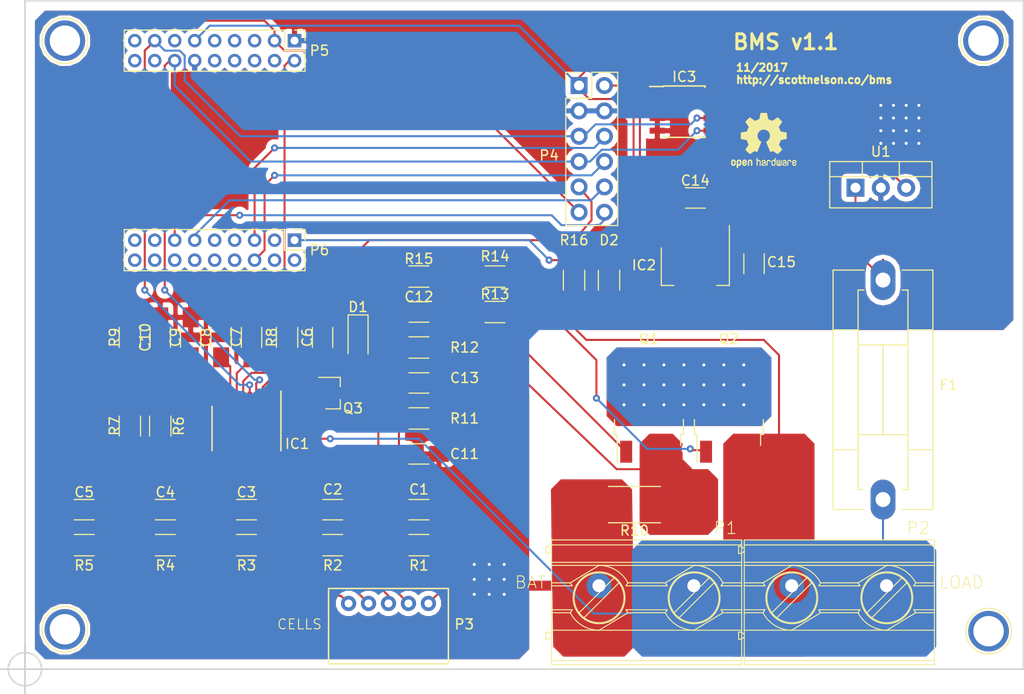
<source format=kicad_pcb>
(kicad_pcb (version 20170123) (host pcbnew "(2017-07-30 revision e10f0c7)-master")
  (layers (0 F.Cu signal) (31 B.Cu signal) (34 B.Paste user) (35 F.Paste user) (36 B.SilkS user) (37 F.SilkS user) (38 B.Mask user) (39 F.Mask user) (44 Edge.Cuts user))
  (net 0 "")
  (net 1 "Net-(C1-Pad1)")
  (net 2 GND)
  (net 3 "Net-(C2-Pad1)")
  (net 4 "Net-(C3-Pad1)")
  (net 5 "Net-(C4-Pad1)")
  (net 6 "Net-(C5-Pad1)")
  (net 7 /BOOT)
  (net 8 "Net-(C7-Pad1)")
  (net 9 "Net-(C10-Pad1)")
  (net 10 /SRP)
  (net 11 /SRN)
  (net 12 "Net-(D1-Pad1)")
  (net 13 "Net-(D1-Pad2)")
  (net 14 /DSG)
  (net 15 /CHG)
  (net 16 /SDA)
  (net 17 /SCL)
  (net 18 "Net-(IC1-Pad6)")
  (net 19 "Net-(IC1-Pad20)")
  (net 20 /BAT+)
  (net 21 /PACK-)
  (net 22 /B5)
  (net 23 /B4)
  (net 24 /B3)
  (net 25 /B2)
  (net 26 /B1)
  (net 27 /ALERT)
  (net 28 "Net-(Q1-Pad3)")
  (net 29 "Net-(Q1-Pad2)")
  (net 30 "Net-(C8-Pad1)")
  (net 31 +3V3)
  (net 32 +5V)
  (net 33 /SWDIO)
  (net 34 /SWCLK)
  (net 35 /RX)
  (net 36 /TX)
  (net 37 "Net-(F1-Pad2)")
  (net 38 "Net-(D2-Pad2)")
  (net 39 /LED)
  (module Connectors:1pin (layer F.Cu) (at 89 108)
    (fp_text reference REF** hide)
    (fp_text value 1pin hide)
    (pad 1 thru_hole circle (at 0 0) (size 4.064 4.064) (drill 3.048) (layers *.Cu *.Mask))
  )
  (module Connectors:1pin (layer F.Cu) (at 181.52 108.19)
    (fp_text reference REF** hide)
    (fp_text value 1pin hide)
    (pad 1 thru_hole circle (at 0 0) (size 4.064 4.064) (drill 3.048) (layers *.Cu *.Mask))
  )
  (module Connectors:1pin (layer F.Cu) (at 181 49)
    (fp_text reference REF** hide)
    (fp_text value 1pin hide)
    (pad 1 thru_hole circle (at 0 0) (size 4.064 4.064) (drill 3.048) (layers *.Cu *.Mask))
  )
  (module Capacitors_SMD:C_1206_HandSoldering (layer F.Cu) (at 124.46 96.012)
    (fp_text reference C1 (at 0 -2.032) (layer F.SilkS))
    (fp_text value 100n)
    (pad 1 smd rect (at -2 0) (size 2 1.6) (layers F.Cu F.Paste F.Mask) (net 1 "Net-(C1-Pad1)"))
    (pad 2 smd rect (at 2 0) (size 2 1.6) (layers F.Cu F.Paste F.Mask) (net 2 GND))
  )
  (module Capacitors_SMD:C_1206_HandSoldering (layer F.Cu) (at 115.824 96.012)
    (fp_text reference C2 (at 0 -2.032) (layer F.SilkS))
    (fp_text value 100n)
    (pad 1 smd rect (at -2 0) (size 2 1.6) (layers F.Cu F.Paste F.Mask) (net 3 "Net-(C2-Pad1)"))
    (pad 2 smd rect (at 2 0) (size 2 1.6) (layers F.Cu F.Paste F.Mask) (net 2 GND))
  )
  (module Capacitors_SMD:C_1206_HandSoldering (layer F.Cu) (at 107.188 96.012)
    (fp_text reference C3 (at 0 -1.75) (layer F.SilkS))
    (fp_text value 100n)
    (pad 1 smd rect (at -2 0) (size 2 1.6) (layers F.Cu F.Paste F.Mask) (net 4 "Net-(C3-Pad1)"))
    (pad 2 smd rect (at 2 0) (size 2 1.6) (layers F.Cu F.Paste F.Mask) (net 3 "Net-(C2-Pad1)"))
  )
  (module Capacitors_SMD:C_1206_HandSoldering (layer F.Cu) (at 99.06 96.012)
    (fp_text reference C4 (at 0 -1.75) (layer F.SilkS))
    (fp_text value 100n)
    (pad 1 smd rect (at -2 0) (size 2 1.6) (layers F.Cu F.Paste F.Mask) (net 5 "Net-(C4-Pad1)"))
    (pad 2 smd rect (at 2 0) (size 2 1.6) (layers F.Cu F.Paste F.Mask) (net 4 "Net-(C3-Pad1)"))
  )
  (module Capacitors_SMD:C_1206_HandSoldering (layer F.Cu) (at 90.932 96.012)
    (fp_text reference C5 (at 0 -1.75) (layer F.SilkS))
    (fp_text value 100n)
    (pad 1 smd rect (at -2 0) (size 2 1.6) (layers F.Cu F.Paste F.Mask) (net 6 "Net-(C5-Pad1)"))
    (pad 2 smd rect (at 2 0) (size 2 1.6) (layers F.Cu F.Paste F.Mask) (net 5 "Net-(C4-Pad1)"))
  )
  (module Capacitors_SMD:C_1206_HandSoldering (layer F.Cu) (at 114.808 78.74 270)
    (fp_text reference C6 (at 0 1.524 270) (layer F.SilkS))
    (fp_text value 100n)
    (pad 1 smd rect (at -2 0 270) (size 2 1.6) (layers F.Cu F.Paste F.Mask) (net 7 /BOOT))
    (pad 2 smd rect (at 2 0 270) (size 2 1.6) (layers F.Cu F.Paste F.Mask) (net 2 GND))
  )
  (module Capacitors_SMD:C_1206_HandSoldering (layer F.Cu) (at 107.696 78.74 90)
    (fp_text reference C7 (at 0 -1.524 90) (layer F.SilkS))
    (fp_text value 1u)
    (pad 1 smd rect (at -2 0 90) (size 2 1.6) (layers F.Cu F.Paste F.Mask) (net 8 "Net-(C7-Pad1)"))
    (pad 2 smd rect (at 2 0 90) (size 2 1.6) (layers F.Cu F.Paste F.Mask) (net 2 GND))
  )
  (module Capacitors_SMD:C_1206_HandSoldering (layer F.Cu) (at 104.648 78.74 90)
    (fp_text reference C8 (at 0 -1.524 90) (layer F.SilkS))
    (fp_text value 4.7u)
    (pad 1 smd rect (at -2 0 90) (size 2 1.6) (layers F.Cu F.Paste F.Mask) (net 30 "Net-(C8-Pad1)"))
    (pad 2 smd rect (at 2 0 90) (size 2 1.6) (layers F.Cu F.Paste F.Mask) (net 2 GND))
  )
  (module Capacitors_SMD:C_1206_HandSoldering (layer F.Cu) (at 101.6 78.74 90)
    (fp_text reference C9 (at 0 -1.524 90) (layer F.SilkS))
    (fp_text value 1u)
    (pad 1 smd rect (at -2 0 90) (size 2 1.6) (layers F.Cu F.Paste F.Mask) (net 20 /BAT+))
    (pad 2 smd rect (at 2 0 90) (size 2 1.6) (layers F.Cu F.Paste F.Mask) (net 2 GND))
  )
  (module Capacitors_SMD:C_1206_HandSoldering (layer F.Cu) (at 98.552 78.74 90)
    (fp_text reference C10 (at 0 -1.524 90) (layer F.SilkS))
    (fp_text value 10u)
    (pad 1 smd rect (at -2 0 90) (size 2 1.6) (layers F.Cu F.Paste F.Mask) (net 9 "Net-(C10-Pad1)"))
    (pad 2 smd rect (at 2 0 90) (size 2 1.6) (layers F.Cu F.Paste F.Mask) (net 2 GND))
  )
  (module Capacitors_SMD:C_1206_HandSoldering (layer F.Cu) (at 124.46 90.424 180)
    (fp_text reference C11 (at -4.572 0 180) (layer F.SilkS))
    (fp_text value 100n)
    (pad 1 smd rect (at -2 0 180) (size 2 1.6) (layers F.Cu F.Paste F.Mask) (net 2 GND))
    (pad 2 smd rect (at 2 0 180) (size 2 1.6) (layers F.Cu F.Paste F.Mask) (net 10 /SRP))
  )
  (module Capacitors_SMD:C_1206_HandSoldering (layer F.Cu) (at 124.46 76.2 180)
    (fp_text reference C12 (at 0 1.524 180) (layer F.SilkS))
    (fp_text value 100n)
    (pad 1 smd rect (at -2 0 180) (size 2 1.6) (layers F.Cu F.Paste F.Mask) (net 2 GND))
    (pad 2 smd rect (at 2 0 180) (size 2 1.6) (layers F.Cu F.Paste F.Mask) (net 11 /SRN))
  )
  (module Capacitors_SMD:C_1206_HandSoldering (layer F.Cu) (at 124.46 83.312)
    (fp_text reference C13 (at 4.572 -0.508) (layer F.SilkS))
    (fp_text value 100n)
    (pad 1 smd rect (at -2 0) (size 2 1.6) (layers F.Cu F.Paste F.Mask) (net 11 /SRN))
    (pad 2 smd rect (at 2 0) (size 2 1.6) (layers F.Cu F.Paste F.Mask) (net 10 /SRP))
  )
  (module Diodes_SMD:D_SOD-123 (layer F.Cu) (at 118.364 78.74 270)
    (fp_text reference D1 (at -3.048 0) (layer F.SilkS))
    (fp_text value 1N4148)
    (pad 1 smd rect (at -1.65 0 270) (size 0.9 1.2) (layers F.Cu F.Paste F.Mask) (net 12 "Net-(D1-Pad1)"))
    (pad 2 smd rect (at 1.65 0 270) (size 0.9 1.2) (layers F.Cu F.Paste F.Mask) (net 13 "Net-(D1-Pad2)"))
  )
  (module Housings_SSOP:TSSOP-20_4.4x6.5mm_Pitch0.65mm (layer F.Cu) (at 107.188 87.884 270)
    (fp_text reference IC1 (at 1.524 -5.08) (layer F.SilkS))
    (fp_text value BQ76920)
    (pad 1 smd rect (at -2.95 -2.925 270) (size 1.45 0.45) (layers F.Cu F.Paste F.Mask) (net 14 /DSG))
    (pad 2 smd rect (at -2.95 -2.275 270) (size 1.45 0.45) (layers F.Cu F.Paste F.Mask) (net 15 /CHG))
    (pad 3 smd rect (at -2.95 -1.625 270) (size 1.45 0.45) (layers F.Cu F.Paste F.Mask) (net 2 GND))
    (pad 4 smd rect (at -2.95 -0.975 270) (size 1.45 0.45) (layers F.Cu F.Paste F.Mask) (net 16 /SDA))
    (pad 5 smd rect (at -2.95 -0.325 270) (size 1.45 0.45) (layers F.Cu F.Paste F.Mask) (net 17 /SCL))
    (pad 6 smd rect (at -2.95 0.325 270) (size 1.45 0.45) (layers F.Cu F.Paste F.Mask) (net 18 "Net-(IC1-Pad6)"))
    (pad 7 smd rect (at -2.95 0.975 270) (size 1.45 0.45) (layers F.Cu F.Paste F.Mask) (net 8 "Net-(C7-Pad1)"))
    (pad 8 smd rect (at -2.95 1.625 270) (size 1.45 0.45) (layers F.Cu F.Paste F.Mask) (net 30 "Net-(C8-Pad1)"))
    (pad 9 smd rect (at -2.95 2.275 270) (size 1.45 0.45) (layers F.Cu F.Paste F.Mask) (net 20 /BAT+))
    (pad 10 smd rect (at -2.95 2.925 270) (size 1.45 0.45) (layers F.Cu F.Paste F.Mask) (net 9 "Net-(C10-Pad1)"))
    (pad 11 smd rect (at 2.95 2.925 270) (size 1.45 0.45) (layers F.Cu F.Paste F.Mask))
    (pad 12 smd rect (at 2.95 2.275 270) (size 1.45 0.45) (layers F.Cu F.Paste F.Mask) (net 6 "Net-(C5-Pad1)"))
    (pad 13 smd rect (at 2.95 1.625 270) (size 1.45 0.45) (layers F.Cu F.Paste F.Mask) (net 5 "Net-(C4-Pad1)"))
    (pad 14 smd rect (at 2.95 0.975 270) (size 1.45 0.45) (layers F.Cu F.Paste F.Mask) (net 5 "Net-(C4-Pad1)"))
    (pad 15 smd rect (at 2.95 0.325 270) (size 1.45 0.45) (layers F.Cu F.Paste F.Mask) (net 4 "Net-(C3-Pad1)"))
    (pad 16 smd rect (at 2.95 -0.325 270) (size 1.45 0.45) (layers F.Cu F.Paste F.Mask) (net 3 "Net-(C2-Pad1)"))
    (pad 17 smd rect (at 2.95 -0.975 270) (size 1.45 0.45) (layers F.Cu F.Paste F.Mask) (net 1 "Net-(C1-Pad1)"))
    (pad 18 smd rect (at 2.95 -1.625 270) (size 1.45 0.45) (layers F.Cu F.Paste F.Mask) (net 10 /SRP))
    (pad 19 smd rect (at 2.95 -2.275 270) (size 1.45 0.45) (layers F.Cu F.Paste F.Mask) (net 11 /SRN))
    (pad 20 smd rect (at 2.95 -2.925 270) (size 1.45 0.45) (layers F.Cu F.Paste F.Mask) (net 19 "Net-(IC1-Pad20)"))
  )
  (module TO_SOT_Packages_SMD:SOT-23 (layer F.Cu) (at 115.824 84.328)
    (fp_text reference Q3 (at 2.032 1.524) (layer F.SilkS))
    (fp_text value PMOS)
    (pad 1 smd rect (at -1 -0.95) (size 0.9 0.8) (layers F.Cu F.Paste F.Mask) (net 2 GND))
    (pad 2 smd rect (at -1 0.95) (size 0.9 0.8) (layers F.Cu F.Paste F.Mask) (net 15 /CHG))
    (pad 3 smd rect (at 1 0) (size 0.9 0.8) (layers F.Cu F.Paste F.Mask) (net 13 "Net-(D1-Pad2)"))
  )
  (module Resistors_SMD:R_1206_HandSoldering (layer F.Cu) (at 124.46 99.568)
    (fp_text reference R1 (at 0 2.032) (layer F.SilkS))
    (fp_text value 47R)
    (pad 1 smd rect (at -2 0) (size 2 1.7) (layers F.Cu F.Paste F.Mask) (net 1 "Net-(C1-Pad1)"))
    (pad 2 smd rect (at 2 0) (size 2 1.7) (layers F.Cu F.Paste F.Mask) (net 26 /B1))
  )
  (module Resistors_SMD:R_1206_HandSoldering (layer F.Cu) (at 115.824 99.568)
    (fp_text reference R2 (at 0 2.032) (layer F.SilkS))
    (fp_text value 47R)
    (pad 1 smd rect (at -2 0) (size 2 1.7) (layers F.Cu F.Paste F.Mask) (net 3 "Net-(C2-Pad1)"))
    (pad 2 smd rect (at 2 0) (size 2 1.7) (layers F.Cu F.Paste F.Mask) (net 25 /B2))
  )
  (module Resistors_SMD:R_1206_HandSoldering (layer F.Cu) (at 107.188 99.568)
    (fp_text reference R3 (at 0 2.032) (layer F.SilkS))
    (fp_text value 47R)
    (pad 1 smd rect (at -2 0) (size 2 1.7) (layers F.Cu F.Paste F.Mask) (net 4 "Net-(C3-Pad1)"))
    (pad 2 smd rect (at 2 0) (size 2 1.7) (layers F.Cu F.Paste F.Mask) (net 24 /B3))
  )
  (module Resistors_SMD:R_1206_HandSoldering (layer F.Cu) (at 99.06 99.568)
    (fp_text reference R4 (at 0 2.032) (layer F.SilkS))
    (fp_text value 47R)
    (pad 1 smd rect (at -2 0) (size 2 1.7) (layers F.Cu F.Paste F.Mask) (net 5 "Net-(C4-Pad1)"))
    (pad 2 smd rect (at 2 0) (size 2 1.7) (layers F.Cu F.Paste F.Mask) (net 23 /B4))
  )
  (module Resistors_SMD:R_1206_HandSoldering (layer F.Cu) (at 90.932 99.568)
    (fp_text reference R5 (at 0 2.032) (layer F.SilkS))
    (fp_text value 47R)
    (pad 1 smd rect (at -2 0) (size 2 1.7) (layers F.Cu F.Paste F.Mask) (net 6 "Net-(C5-Pad1)"))
    (pad 2 smd rect (at 2 0) (size 2 1.7) (layers F.Cu F.Paste F.Mask) (net 22 /B5))
  )
  (module Resistors_SMD:R_1206_HandSoldering (layer F.Cu) (at 98.552 87.63 270)
    (fp_text reference R6 (at 0 -1.85 270) (layer F.SilkS))
    (fp_text value 1M)
    (pad 1 smd rect (at -2 0 270) (size 2 1.7) (layers F.Cu F.Paste F.Mask) (net 2 GND))
    (pad 2 smd rect (at 2 0 270) (size 2 1.7) (layers F.Cu F.Paste F.Mask) (net 19 "Net-(IC1-Pad20)"))
  )
  (module Resistors_SMD:R_1206_HandSoldering (layer F.Cu) (at 95.504 87.63 270)
    (fp_text reference R7 (at 0 1.524 270) (layer F.SilkS))
    (fp_text value 1K)
    (pad 1 smd rect (at -2 0 270) (size 2 1.7) (layers F.Cu F.Paste F.Mask) (net 27 /ALERT))
    (pad 2 smd rect (at 2 0 270) (size 2 1.7) (layers F.Cu F.Paste F.Mask) (net 19 "Net-(IC1-Pad20)"))
  )
  (module Resistors_SMD:R_1206_HandSoldering (layer F.Cu) (at 111.252 78.74 270)
    (fp_text reference R8 (at 0 1.524 270) (layer F.SilkS))
    (fp_text value 1K)
    (pad 1 smd rect (at -2 0 270) (size 2 1.7) (layers F.Cu F.Paste F.Mask) (net 7 /BOOT))
    (pad 2 smd rect (at 2 0 270) (size 2 1.7) (layers F.Cu F.Paste F.Mask) (net 18 "Net-(IC1-Pad6)"))
  )
  (module Resistors_SMD:R_1206_HandSoldering (layer F.Cu) (at 95.504 78.74 270)
    (fp_text reference R9 (at 0 1.524 270) (layer F.SilkS))
    (fp_text value 100R)
    (pad 1 smd rect (at -2 0 270) (size 2 1.7) (layers F.Cu F.Paste F.Mask) (net 20 /BAT+))
    (pad 2 smd rect (at 2 0 270) (size 2 1.7) (layers F.Cu F.Paste F.Mask) (net 9 "Net-(C10-Pad1)"))
  )
  (module Resistors_SMD:R_1206_HandSoldering (layer F.Cu) (at 124.46 86.868)
    (fp_text reference R11 (at 4.572 0) (layer F.SilkS))
    (fp_text value 1K)
    (pad 1 smd rect (at -2 0) (size 2 1.7) (layers F.Cu F.Paste F.Mask) (net 10 /SRP))
    (pad 2 smd rect (at 2 0) (size 2 1.7) (layers F.Cu F.Paste F.Mask) (net 2 GND))
  )
  (module Resistors_SMD:R_1206_HandSoldering (layer F.Cu) (at 124.46 79.756)
    (fp_text reference R12 (at 4.572 0) (layer F.SilkS))
    (fp_text value 1K)
    (pad 1 smd rect (at -2 0) (size 2 1.7) (layers F.Cu F.Paste F.Mask) (net 11 /SRN))
    (pad 2 smd rect (at 2 0) (size 2 1.7) (layers F.Cu F.Paste F.Mask) (net 28 "Net-(Q1-Pad3)"))
  )
  (module Resistors_SMD:R_1206_HandSoldering (layer F.Cu) (at 132.08 76.2)
    (fp_text reference R13 (at 0 -1.778) (layer F.SilkS))
    (fp_text value 1M)
    (pad 1 smd rect (at -2 0) (size 2 1.7) (layers F.Cu F.Paste F.Mask) (net 28 "Net-(Q1-Pad3)"))
    (pad 2 smd rect (at 2 0) (size 2 1.7) (layers F.Cu F.Paste F.Mask) (net 14 /DSG))
  )
  (module Resistors_SMD:R_1206_HandSoldering (layer F.Cu) (at 132.08 72.644 180)
    (fp_text reference R14 (at 0 2.032 180) (layer F.SilkS))
    (fp_text value 1M)
    (pad 1 smd rect (at -2 0 180) (size 2 1.7) (layers F.Cu F.Paste F.Mask) (net 21 /PACK-))
    (pad 2 smd rect (at 2 0 180) (size 2 1.7) (layers F.Cu F.Paste F.Mask) (net 12 "Net-(D1-Pad1)"))
  )
  (module Resistors_SMD:R_1206_HandSoldering (layer F.Cu) (at 124.46 72.644)
    (fp_text reference R15 (at 0 -1.778) (layer F.SilkS))
    (fp_text value 1M)
    (pad 1 smd rect (at -2 0) (size 2 1.7) (layers F.Cu F.Paste F.Mask) (net 13 "Net-(D1-Pad2)"))
    (pad 2 smd rect (at 2 0) (size 2 1.7) (layers F.Cu F.Paste F.Mask) (net 12 "Net-(D1-Pad1)"))
  )
  (module Resistors_SMD:R_2512_HandSoldering (layer F.Cu) (at 146.05 95.504 180)
    (fp_text reference R10 (at 0 -2.6 180) (layer F.SilkS))
    (fp_text value 5m)
    (pad 1 smd rect (at -3.95 0 180) (size 2.7 3.2) (layers F.Cu F.Paste F.Mask) (net 28 "Net-(Q1-Pad3)"))
    (pad 2 smd rect (at 3.95 0 180) (size 2.7 3.2) (layers F.Cu F.Paste F.Mask) (net 2 GND))
  )
  (module BMS:MKDS_5-2-952 (layer F.Cu) (at 142.494 103.632)
    (fp_text reference P1 (at 11.43 -5.08 180) (layer F.SilkS) (effects (font (size 1.2065 1.2065) (thickness 0.09652)) (justify left bottom)))
    (fp_text value BAT (at -8.494 0.368) (layer F.SilkS) (effects (font (size 1.2065 1.2065) (thickness 0.09652)) (justify left bottom)))
    (pad 1 thru_hole circle (at 0 0) (size 2.5 2.5) (drill 1.3) (layers *.Cu *.Mask) (net 2 GND))
    (pad 2 thru_hole circle (at 9.5 0) (size 2.5 2.5) (drill 1.3) (layers *.Cu *.Mask) (net 20 /BAT+))
  )
  (module BMS:MKDS_5-2-952 (layer F.Cu) (at 161.798 103.632)
    (fp_text reference P2 (at 11.43 -5.08 180) (layer F.SilkS) (effects (font (size 1.2065 1.2065) (thickness 0.09652)) (justify left bottom)))
    (fp_text value LOAD (at 14.702 0.368) (layer F.SilkS) (effects (font (size 1.2065 1.2065) (thickness 0.09652)) (justify left bottom)))
    (pad 1 thru_hole circle (at 0 0) (size 2.5 2.5) (drill 1.3) (layers *.Cu *.Mask) (net 21 /PACK-))
    (pad 2 thru_hole circle (at 9.5 0) (size 2.5 2.5) (drill 1.3) (layers *.Cu *.Mask) (net 20 /BAT+))
  )
  (module TO_SOT_Packages_SMD:SOT-223 (layer F.Cu) (at 152.146 71.628 270)
    (fp_text reference IC2 (at -0.128 5.146) (layer F.SilkS))
    (fp_text value LD1117S33TR_SOT223 hide)
    (pad 4 smd rect (at 3.15 0 270) (size 2 3.8) (layers F.Cu F.Paste F.Mask))
    (pad 2 smd rect (at -3.15 0 270) (size 2 1.5) (layers F.Cu F.Paste F.Mask) (net 31 +3V3))
    (pad 3 smd rect (at -3.15 2.3 270) (size 2 1.5) (layers F.Cu F.Paste F.Mask) (net 32 +5V))
    (pad 1 smd rect (at -3.15 -2.3 270) (size 2 1.5) (layers F.Cu F.Paste F.Mask) (net 2 GND))
  )
  (module BMS:Molex_89401-0510 (layer F.Cu) (at 121.412 105.41 180)
    (fp_text reference P3 (at -7.588 -2.09 180) (layer F.SilkS))
    (fp_text value CONN_01X05 hide)
    (pad 1 thru_hole circle (at 4 0 180) (size 1.524 1.524) (drill 0.8) (layers *.Cu *.Mask) (net 22 /B5))
    (pad 2 thru_hole circle (at 2 0 180) (size 1.524 1.524) (drill 0.8) (layers *.Cu *.Mask) (net 23 /B4))
    (pad 5 thru_hole circle (at -4 0 180) (size 1.524 1.524) (drill 0.8) (layers *.Cu *.Mask) (net 26 /B1))
    (pad 4 thru_hole circle (at -2 0 180) (size 1.524 1.524) (drill 0.8) (layers *.Cu *.Mask) (net 25 /B2))
    (pad 3 thru_hole circle (at 0 0 180) (size 1.524 1.524) (drill 0.8) (layers *.Cu *.Mask) (net 24 /B3))
  )
  (module Pin_Headers:Pin_Header_Straight_2x06_Pitch2.54mm (layer F.Cu) (at 140.5 53.5)
    (fp_text reference P4 (at -3 7) (layer F.SilkS))
    (fp_text value CONN_02X06 hide)
    (pad 1 thru_hole rect (at 0 0) (size 1.7 1.7) (drill 1) (layers *.Cu *.Mask) (net 31 +3V3))
    (pad 2 thru_hole oval (at 2.54 0) (size 1.7 1.7) (drill 1) (layers *.Cu *.Mask) (net 32 +5V))
    (pad 3 thru_hole oval (at 0 2.54) (size 1.7 1.7) (drill 1) (layers *.Cu *.Mask) (net 2 GND))
    (pad 4 thru_hole oval (at 2.54 2.54) (size 1.7 1.7) (drill 1) (layers *.Cu *.Mask) (net 2 GND))
    (pad 5 thru_hole oval (at 0 5.08) (size 1.7 1.7) (drill 1) (layers *.Cu *.Mask) (net 17 /SCL))
    (pad 6 thru_hole oval (at 2.54 5.08) (size 1.7 1.7) (drill 1) (layers *.Cu *.Mask) (net 33 /SWDIO))
    (pad 7 thru_hole oval (at 0 7.62) (size 1.7 1.7) (drill 1) (layers *.Cu *.Mask) (net 16 /SDA))
    (pad 8 thru_hole oval (at 2.54 7.62) (size 1.7 1.7) (drill 1) (layers *.Cu *.Mask) (net 34 /SWCLK))
    (pad 9 thru_hole oval (at 0 10.16) (size 1.7 1.7) (drill 1) (layers *.Cu *.Mask) (net 7 /BOOT))
    (pad 10 thru_hole oval (at 2.54 10.16) (size 1.7 1.7) (drill 1) (layers *.Cu *.Mask) (net 35 /RX))
    (pad 11 thru_hole oval (at 0 12.7) (size 1.7 1.7) (drill 1) (layers *.Cu *.Mask) (net 27 /ALERT))
    (pad 12 thru_hole oval (at 2.54 12.7) (size 1.7 1.7) (drill 1) (layers *.Cu *.Mask) (net 36 /TX))
  )
  (module Pin_Headers:Pin_Header_Straight_2x09_Pitch2.00mm (layer F.Cu) (at 112 49 270)
    (fp_text reference P5 (at 1 -2.5) (layer F.SilkS))
    (fp_text value CONN_02X09 hide)
    (pad 1 thru_hole rect (at 0 0 270) (size 1.35 1.35) (drill 0.8) (layers *.Cu *.Mask) (net 2 GND))
    (pad 2 thru_hole oval (at 2 0 270) (size 1.35 1.35) (drill 0.8) (layers *.Cu *.Mask) (net 7 /BOOT))
    (pad 3 thru_hole oval (at 0 2 270) (size 1.35 1.35) (drill 0.8) (layers *.Cu *.Mask) (net 27 /ALERT))
    (pad 4 thru_hole oval (at 2 2 270) (size 1.35 1.35) (drill 0.8) (layers *.Cu *.Mask))
    (pad 5 thru_hole oval (at 0 4 270) (size 1.35 1.35) (drill 0.8) (layers *.Cu *.Mask))
    (pad 6 thru_hole oval (at 2 4 270) (size 1.35 1.35) (drill 0.8) (layers *.Cu *.Mask))
    (pad 7 thru_hole oval (at 0 6 270) (size 1.35 1.35) (drill 0.8) (layers *.Cu *.Mask))
    (pad 8 thru_hole oval (at 2 6 270) (size 1.35 1.35) (drill 0.8) (layers *.Cu *.Mask))
    (pad 9 thru_hole oval (at 0 8 270) (size 1.35 1.35) (drill 0.8) (layers *.Cu *.Mask))
    (pad 10 thru_hole oval (at 2 8 270) (size 1.35 1.35) (drill 0.8) (layers *.Cu *.Mask))
    (pad 11 thru_hole oval (at 0 10 270) (size 1.35 1.35) (drill 0.8) (layers *.Cu *.Mask) (net 31 +3V3))
    (pad 12 thru_hole oval (at 2 10 270) (size 1.35 1.35) (drill 0.8) (layers *.Cu *.Mask) (net 2 GND))
    (pad 13 thru_hole oval (at 0 12 270) (size 1.35 1.35) (drill 0.8) (layers *.Cu *.Mask))
    (pad 14 thru_hole oval (at 2 12 270) (size 1.35 1.35) (drill 0.8) (layers *.Cu *.Mask) (net 16 /SDA))
    (pad 15 thru_hole oval (at 0 14 270) (size 1.35 1.35) (drill 0.8) (layers *.Cu *.Mask) (net 17 /SCL))
    (pad 16 thru_hole oval (at 2 14 270) (size 1.35 1.35) (drill 0.8) (layers *.Cu *.Mask))
    (pad 17 thru_hole oval (at 0 16 270) (size 1.35 1.35) (drill 0.8) (layers *.Cu *.Mask))
    (pad 18 thru_hole oval (at 2 16 270) (size 1.35 1.35) (drill 0.8) (layers *.Cu *.Mask))
  )
  (module Pin_Headers:Pin_Header_Straight_2x09_Pitch2.00mm (layer F.Cu) (at 112 69 270)
    (fp_text reference P6 (at 1 -2.5) (layer F.SilkS))
    (fp_text value CONN_02X09 hide)
    (pad 1 thru_hole rect (at 0 0 270) (size 1.35 1.35) (drill 0.8) (layers *.Cu *.Mask) (net 39 /LED))
    (pad 2 thru_hole oval (at 2 0 270) (size 1.35 1.35) (drill 0.8) (layers *.Cu *.Mask))
    (pad 3 thru_hole oval (at 0 2 270) (size 1.35 1.35) (drill 0.8) (layers *.Cu *.Mask))
    (pad 4 thru_hole oval (at 2 2 270) (size 1.35 1.35) (drill 0.8) (layers *.Cu *.Mask))
    (pad 5 thru_hole oval (at 0 4 270) (size 1.35 1.35) (drill 0.8) (layers *.Cu *.Mask) (net 33 /SWDIO))
    (pad 6 thru_hole oval (at 2 4 270) (size 1.35 1.35) (drill 0.8) (layers *.Cu *.Mask) (net 34 /SWCLK))
    (pad 7 thru_hole oval (at 0 6 270) (size 1.35 1.35) (drill 0.8) (layers *.Cu *.Mask))
    (pad 8 thru_hole oval (at 2 6 270) (size 1.35 1.35) (drill 0.8) (layers *.Cu *.Mask))
    (pad 9 thru_hole oval (at 0 8 270) (size 1.35 1.35) (drill 0.8) (layers *.Cu *.Mask))
    (pad 10 thru_hole oval (at 2 8 270) (size 1.35 1.35) (drill 0.8) (layers *.Cu *.Mask))
    (pad 11 thru_hole oval (at 0 10 270) (size 1.35 1.35) (drill 0.8) (layers *.Cu *.Mask) (net 35 /RX))
    (pad 12 thru_hole oval (at 2 10 270) (size 1.35 1.35) (drill 0.8) (layers *.Cu *.Mask))
    (pad 13 thru_hole oval (at 0 12 270) (size 1.35 1.35) (drill 0.8) (layers *.Cu *.Mask) (net 36 /TX))
    (pad 14 thru_hole oval (at 2 12 270) (size 1.35 1.35) (drill 0.8) (layers *.Cu *.Mask))
    (pad 15 thru_hole oval (at 0 14 270) (size 1.35 1.35) (drill 0.8) (layers *.Cu *.Mask))
    (pad 16 thru_hole oval (at 2 14 270) (size 1.35 1.35) (drill 0.8) (layers *.Cu *.Mask))
    (pad 17 thru_hole oval (at 0 16 270) (size 1.35 1.35) (drill 0.8) (layers *.Cu *.Mask))
    (pad 18 thru_hole oval (at 2 16 270) (size 1.35 1.35) (drill 0.8) (layers *.Cu *.Mask))
  )
  (module TO_SOT_Packages_SMD:TO-252-2 (layer F.Cu) (at 147.5 86 90)
    (fp_text reference Q1 (at 7.112 0 180) (layer F.SilkS))
    (fp_text value NMOS)
    (pad 1 smd rect (at -4.2 -2.28 90) (size 2.2 1.2) (layers F.Cu F.Paste F.Mask) (net 14 /DSG))
    (pad 3 smd rect (at -4.2 2.28 90) (size 2.2 1.2) (layers F.Cu F.Paste F.Mask) (net 28 "Net-(Q1-Pad3)"))
    (pad 2 smd rect (at 2.1 0 90) (size 6.4 5.8) (layers F.Cu F.Mask) (net 29 "Net-(Q1-Pad2)"))
    (pad 2 smd rect (at 3.775 1.525 90) (size 3.05 2.75) (layers F.Cu F.Paste) (net 29 "Net-(Q1-Pad2)"))
    (pad 2 smd rect (at 0.425 -1.525 90) (size 3.05 2.75) (layers F.Cu F.Paste) (net 29 "Net-(Q1-Pad2)"))
    (pad 2 smd rect (at 3.775 -1.525 90) (size 3.05 2.75) (layers F.Cu F.Paste) (net 29 "Net-(Q1-Pad2)"))
    (pad 2 smd rect (at 0.425 1.525 90) (size 3.05 2.75) (layers F.Cu F.Paste) (net 29 "Net-(Q1-Pad2)"))
  )
  (module TO_SOT_Packages_SMD:TO-252-2 (layer F.Cu) (at 155.5 86 90)
    (fp_text reference Q2 (at 7.112 0 180) (layer F.SilkS))
    (fp_text value NMOS)
    (pad 1 smd rect (at -4.2 -2.28 90) (size 2.2 1.2) (layers F.Cu F.Paste F.Mask) (net 12 "Net-(D1-Pad1)"))
    (pad 3 smd rect (at -4.2 2.28 90) (size 2.2 1.2) (layers F.Cu F.Paste F.Mask) (net 21 /PACK-))
    (pad 2 smd rect (at 2.1 0 90) (size 6.4 5.8) (layers F.Cu F.Mask) (net 29 "Net-(Q1-Pad2)"))
    (pad 2 smd rect (at 3.775 1.525 90) (size 3.05 2.75) (layers F.Cu F.Paste) (net 29 "Net-(Q1-Pad2)"))
    (pad 2 smd rect (at 0.425 -1.525 90) (size 3.05 2.75) (layers F.Cu F.Paste) (net 29 "Net-(Q1-Pad2)"))
    (pad 2 smd rect (at 3.775 -1.525 90) (size 3.05 2.75) (layers F.Cu F.Paste) (net 29 "Net-(Q1-Pad2)"))
    (pad 2 smd rect (at 0.425 1.525 90) (size 3.05 2.75) (layers F.Cu F.Paste) (net 29 "Net-(Q1-Pad2)"))
  )
  (module Capacitors_SMD:C_1206_HandSoldering (layer F.Cu) (at 152.146 64.77)
    (fp_text reference C14 (at 0 -1.75) (layer F.SilkS))
    (fp_text value 100n)
    (pad 2 smd rect (at 2 0) (size 2 1.6) (layers F.Cu F.Paste F.Mask) (net 2 GND))
    (pad 1 smd rect (at -2 0) (size 2 1.6) (layers F.Cu F.Paste F.Mask) (net 32 +5V))
  )
  (module Capacitors_SMD:C_1206_HandSoldering (layer F.Cu) (at 158.025 71.36 90)
    (fp_text reference C15 (at 0.168 2.742 180) (layer F.SilkS))
    (fp_text value 10u)
    (pad 1 smd rect (at -2 0 90) (size 2 1.6) (layers F.Cu F.Paste F.Mask) (net 31 +3V3))
    (pad 2 smd rect (at 2 0 90) (size 2 1.6) (layers F.Cu F.Paste F.Mask) (net 2 GND))
  )
  (module Fuse_Holders_and_Fuses:Fuseholder5x20_horiz_SemiClosed_Casing10x25mm (layer F.Cu) (at 170.942 94.996 90)
    (fp_text reference F1 (at 11.496 6.558 180) (layer F.SilkS))
    (fp_text value 200mA hide)
    (pad 1 thru_hole oval (at 0 0) (size 2.5 4) (drill 1.5) (layers *.Cu *.Mask) (net 20 /BAT+))
    (pad 2 thru_hole oval (at 22 0) (size 2.5 4) (drill 1.5) (layers *.Cu *.Mask) (net 37 "Net-(F1-Pad2)"))
  )
  (module Resistors_SMD:R_1206_HandSoldering (layer F.Cu) (at 143.5 73 90)
    (fp_text reference D2 (at 4 0 180) (layer F.SilkS))
    (fp_text value LED)
    (pad 2 smd rect (at 2 0 90) (size 2 1.7) (layers F.Cu F.Paste F.Mask) (net 38 "Net-(D2-Pad2)"))
    (pad 1 smd rect (at -2 0 90) (size 2 1.7) (layers F.Cu F.Paste F.Mask) (net 2 GND))
  )
  (module Resistors_SMD:R_1206_HandSoldering (layer F.Cu) (at 140 73 270)
    (fp_text reference R16 (at -4 0) (layer F.SilkS))
    (fp_text value 330)
    (pad 2 smd rect (at 2 0 270) (size 2 1.7) (layers F.Cu F.Paste F.Mask) (net 38 "Net-(D2-Pad2)"))
    (pad 1 smd rect (at -2 0 270) (size 2 1.7) (layers F.Cu F.Paste F.Mask) (net 39 /LED))
  )
  (module Housings_SOIC:SOIC-8_3.9x4.9mm_Pitch1.27mm (layer F.Cu) (at 151.04 56.12)
    (fp_text reference IC3 (at 0 -3.5) (layer F.SilkS))
    (fp_text value 24LC256)
    (pad 8 smd rect (at 2.7 -1.905) (size 1.55 0.6) (layers F.Cu F.Paste F.Mask) (net 31 +3V3))
    (pad 7 smd rect (at 2.7 -0.635) (size 1.55 0.6) (layers F.Cu F.Paste F.Mask) (net 2 GND))
    (pad 6 smd rect (at 2.7 0.635) (size 1.55 0.6) (layers F.Cu F.Paste F.Mask) (net 17 /SCL))
    (pad 5 smd rect (at 2.7 1.905) (size 1.55 0.6) (layers F.Cu F.Paste F.Mask) (net 16 /SDA))
    (pad 4 smd rect (at -2.7 1.905) (size 1.55 0.6) (layers F.Cu F.Paste F.Mask) (net 2 GND))
    (pad 3 smd rect (at -2.7 0.635) (size 1.55 0.6) (layers F.Cu F.Paste F.Mask) (net 2 GND))
    (pad 2 smd rect (at -2.7 -0.635) (size 1.55 0.6) (layers F.Cu F.Paste F.Mask) (net 2 GND))
    (pad 1 smd rect (at -2.7 -1.905) (size 1.55 0.6) (layers F.Cu F.Paste F.Mask) (net 2 GND))
  )
  (module TO_SOT_Packages_THT:TO-220-3_Vertical (layer F.Cu) (at 168.185 63.74)
    (fp_text reference U1 (at 2.54 -3.62) (layer F.SilkS))
    (fp_text value "TSR 0.5-2450")
    (pad 3 thru_hole oval (at 5.08 0) (size 1.8 1.8) (drill 1) (layers *.Cu *.Mask) (net 32 +5V))
    (pad 2 thru_hole oval (at 2.54 0) (size 1.8 1.8) (drill 1) (layers *.Cu *.Mask) (net 2 GND))
    (pad 1 thru_hole rect (at 0 0) (size 1.8 1.8) (drill 1) (layers *.Cu *.Mask) (net 37 "Net-(F1-Pad2)"))
  )
  (module Symbols:OSHW-Logo2_7.3x6mm_SilkScreen (layer F.Cu) (at 159 59)
    (fp_text reference REF*** hide)
    (fp_text value OSHW-Logo2_7.3x6mm_SilkScreen hide)
  )
  (module Connectors:1pin (layer F.Cu) (at 89 49)
    (fp_text reference REF** hide)
    (fp_text value 1pin hide)
    (pad 1 thru_hole circle (at 0 0) (size 4.064 4.064) (drill 3.048) (layers *.Cu *.Mask))
  )
  (target plus (at 85 112) (size 5) (width 0.15) (layer Edge.Cuts))
  (target plus (at 85 112) (size 5) (width 0.15) (layer Edge.Cuts))
  (gr_text CELLS (at 112.5 107.5) (layer F.SilkS) (effects (font (size 1 1) (thickness 0.1))))
  (gr_line (start 85 45) (end 185 45) (angle 90) (layer Edge.Cuts) (width 0.15))
  (gr_line (start 185 112) (end 185 45) (angle 90) (layer Edge.Cuts) (width 0.15))
  (gr_line (start 85 112) (end 85 45) (angle 90) (layer Edge.Cuts) (width 0.15))
  (gr_line (start 185 112) (end 85 112) (angle 90) (layer Edge.Cuts) (width 0.15))
  (gr_line (start 85 112) (end 185 112) (angle 90) (layer Edge.Cuts) (width 0.15))
  (gr_text "11/2017\nhttp://scottnelson.co/bms" (at 156.12 52.31) (layer F.SilkS) (effects (font (size 0.762 0.762) (thickness 0.1905)) (justify left)))
  (gr_text "BMS v1.1" (at 161.2 49.135) (layer F.SilkS) (effects (font (size 1.5 1.5) (thickness 0.3))))
  (segment (start 108.163 90.834) (end 108.163 92.415) (width 0.2032) (layer F.Cu) (net 1))
  (segment (start 119.92 93.472) (end 122.46 96.012) (width 0.2032) (layer F.Cu) (net 1))
  (segment (start 109.22 93.472) (end 119.92 93.472) (width 0.2032) (layer F.Cu) (net 1))
  (segment (start 108.163 92.415) (end 109.22 93.472) (width 0.2032) (layer F.Cu) (net 1))
  (segment (start 122.46 99.568) (end 122.46 96.012) (width 0.2032) (layer F.Cu) (net 1))
  (segment (start 170.725 63.74) (end 170.725 59.295) (width 0.2032) (layer B.Cu) (net 2))
  (via (at 170.725 59.295) (size 0.7112) (drill 0.3048) (layers F.Cu B.Cu) (net 2))
  (segment (start 170.725 59.295) (end 170.725 58.025) (width 0.2032) (layer F.Cu) (net 2))
  (via (at 170.725 58.025) (size 0.7112) (drill 0.3048) (layers F.Cu B.Cu) (net 2))
  (segment (start 170.725 58.025) (end 170.725 56.755) (width 0.2032) (layer B.Cu) (net 2))
  (via (at 170.725 56.755) (size 0.7112) (drill 0.3048) (layers F.Cu B.Cu) (net 2))
  (segment (start 170.725 56.755) (end 170.725 55.485) (width 0.2032) (layer F.Cu) (net 2))
  (via (at 170.725 55.485) (size 0.7112) (drill 0.3048) (layers F.Cu B.Cu) (net 2))
  (segment (start 170.725 55.485) (end 171.995 55.485) (width 0.2032) (layer B.Cu) (net 2))
  (via (at 171.995 55.485) (size 0.7112) (drill 0.3048) (layers F.Cu B.Cu) (net 2))
  (segment (start 171.995 55.485) (end 171.995 56.755) (width 0.2032) (layer F.Cu) (net 2))
  (via (at 171.995 56.755) (size 0.7112) (drill 0.3048) (layers F.Cu B.Cu) (net 2))
  (segment (start 171.995 56.755) (end 171.995 58.025) (width 0.2032) (layer B.Cu) (net 2))
  (via (at 171.995 58.025) (size 0.7112) (drill 0.3048) (layers F.Cu B.Cu) (net 2))
  (segment (start 171.995 58.025) (end 171.995 59.295) (width 0.2032) (layer F.Cu) (net 2))
  (via (at 171.995 59.295) (size 0.7112) (drill 0.3048) (layers F.Cu B.Cu) (net 2))
  (segment (start 171.995 59.295) (end 173.265 59.295) (width 0.2032) (layer B.Cu) (net 2))
  (via (at 173.265 59.295) (size 0.7112) (drill 0.3048) (layers F.Cu B.Cu) (net 2))
  (segment (start 173.265 59.295) (end 173.265 58.025) (width 0.2032) (layer F.Cu) (net 2))
  (via (at 173.265 58.025) (size 0.7112) (drill 0.3048) (layers F.Cu B.Cu) (net 2))
  (segment (start 173.265 58.025) (end 173.265 56.755) (width 0.2032) (layer B.Cu) (net 2))
  (via (at 173.265 56.755) (size 0.7112) (drill 0.3048) (layers F.Cu B.Cu) (net 2))
  (segment (start 173.265 56.755) (end 173.265 55.485) (width 0.2032) (layer F.Cu) (net 2))
  (via (at 173.265 55.485) (size 0.7112) (drill 0.3048) (layers F.Cu B.Cu) (net 2))
  (segment (start 173.265 55.485) (end 174.535 55.485) (width 0.2032) (layer B.Cu) (net 2))
  (via (at 174.535 55.485) (size 0.7112) (drill 0.3048) (layers F.Cu B.Cu) (net 2))
  (segment (start 174.535 55.485) (end 174.535 56.755) (width 0.2032) (layer F.Cu) (net 2))
  (via (at 174.535 56.755) (size 0.7112) (drill 0.3048) (layers F.Cu B.Cu) (net 2))
  (segment (start 174.535 56.755) (end 174.535 58.025) (width 0.2032) (layer B.Cu) (net 2))
  (via (at 174.535 58.025) (size 0.7112) (drill 0.3048) (layers F.Cu B.Cu) (net 2))
  (segment (start 174.535 58.025) (end 174.535 59.295) (width 0.2032) (layer F.Cu) (net 2))
  (via (at 174.535 59.295) (size 0.7112) (drill 0.3048) (layers F.Cu B.Cu) (net 2))
  (segment (start 142.494 103.632) (end 133.632 103.632) (width 1) (layer F.Cu) (net 2))
  (segment (start 133.632 103.632) (end 133 103) (width 1) (layer F.Cu) (net 2))
  (segment (start 152.146 68.478) (end 152.146 69.291) (width 0.2032) (layer F.Cu) (net 31))
  (segment (start 152.146 69.291) (end 156.215 73.36) (width 0.2032) (layer F.Cu) (net 31))
  (segment (start 156.215 73.36) (end 158.025 73.36) (width 0.2032) (layer F.Cu) (net 31))
  (segment (start 173.265 63.74) (end 170.725 61.2) (width 0.2032) (layer F.Cu) (net 32))
  (segment (start 153.716 61.2) (end 150.146 64.77) (width 0.2032) (layer F.Cu) (net 32))
  (segment (start 170.725 61.2) (end 153.716 61.2) (width 0.2032) (layer F.Cu) (net 32))
  (segment (start 150.146 64.77) (end 150.146 64.634) (width 0.2032) (layer F.Cu) (net 32))
  (segment (start 150.146 64.634) (end 152.31 62.47) (width 0.2032) (layer F.Cu) (net 32))
  (segment (start 170.942 72.996) (end 170.942 72.847) (width 0.2032) (layer F.Cu) (net 37))
  (segment (start 170.942 72.847) (end 168.185 70.09) (width 0.2032) (layer F.Cu) (net 37))
  (segment (start 168.185 70.09) (end 168.185 63.74) (width 0.2032) (layer F.Cu) (net 37))
  (segment (start 170.942 72.996) (end 170.942 70.942) (width 0.2032) (layer F.Cu) (net 37))
  (segment (start 154.446 68.478) (end 157.143 68.478) (width 0.2032) (layer F.Cu) (net 2))
  (segment (start 157.143 68.478) (end 158.025 69.36) (width 0.2032) (layer F.Cu) (net 2))
  (segment (start 133 104.5) (end 131.5 104.5) (width 0.2032) (layer B.Cu) (net 2))
  (via (at 133 104.5) (size 0.7112) (drill 0.3048) (layers F.Cu B.Cu) (net 2))
  (segment (start 131.5 103) (end 133 103) (width 0.2032) (layer B.Cu) (net 2))
  (via (at 131.5 103) (size 0.7112) (drill 0.3048) (layers F.Cu B.Cu) (net 2))
  (segment (start 130 103) (end 131.5 103) (width 0.2032) (layer F.Cu) (net 2))
  (via (at 130 103) (size 0.7112) (drill 0.3048) (layers F.Cu B.Cu) (net 2))
  (via (at 133 103) (size 0.7112) (drill 0.3048) (layers F.Cu B.Cu) (net 2))
  (segment (start 133 101.5) (end 133 103) (width 0.2032) (layer F.Cu) (net 2))
  (via (at 133 101.5) (size 0.7112) (drill 0.3048) (layers F.Cu B.Cu) (net 2))
  (via (at 131.5 101.5) (size 0.7112) (drill 0.3048) (layers F.Cu B.Cu) (net 2))
  (segment (start 131.5 101.5) (end 130 101.5) (width 0.2032) (layer F.Cu) (net 2))
  (via (at 130 101.5) (size 0.7112) (drill 0.3048) (layers F.Cu B.Cu) (net 2))
  (segment (start 131.5 101.5) (end 133 101.5) (width 0.2032) (layer B.Cu) (net 2))
  (via (at 131.5 104.5) (size 0.7112) (drill 0.3048) (layers F.Cu B.Cu) (net 2))
  (segment (start 131.5 104.5) (end 130 104.5) (width 0.2032) (layer F.Cu) (net 2))
  (via (at 130 104.5) (size 0.7112) (drill 0.3048) (layers F.Cu B.Cu) (net 2))
  (segment (start 130 104.5) (end 130 103) (width 0.2032) (layer B.Cu) (net 2))
  (segment (start 154.446 68.478) (end 154.446 65.07) (width 0.2032) (layer F.Cu) (net 2))
  (segment (start 154.446 65.07) (end 154.146 64.77) (width 0.2032) (layer F.Cu) (net 2))
  (segment (start 126.46 77.946) (end 126.492 77.978) (width 0.2032) (layer F.Cu) (net 2))
  (segment (start 117.824 96.012) (end 118.618 96.012) (width 0.2032) (layer F.Cu) (net 2))
  (segment (start 126.46 96.012) (end 126.46 95.536) (width 0.2032) (layer F.Cu) (net 2))
  (segment (start 114.808 80.74) (end 114.332 80.74) (width 0.2032) (layer F.Cu) (net 2))
  (segment (start 108.813 84.934) (end 108.813 83.719) (width 0.2032) (layer F.Cu) (net 2))
  (segment (start 109.474 83.058) (end 114.504 83.058) (width 0.2032) (layer F.Cu) (net 2))
  (segment (start 108.813 83.719) (end 109.474 83.058) (width 0.2032) (layer F.Cu) (net 2))
  (segment (start 114.504 83.058) (end 114.824 83.378) (width 0.2032) (layer F.Cu) (net 2))
  (segment (start 114.824 83.378) (end 114.824 80.756) (width 0.2032) (layer F.Cu) (net 2))
  (segment (start 114.824 80.756) (end 114.808 80.74) (width 0.2032) (layer F.Cu) (net 2))
  (segment (start 104.648 76.74) (end 107.696 76.74) (width 0.2032) (layer F.Cu) (net 2))
  (segment (start 101.6 76.74) (end 104.648 76.74) (width 0.2032) (layer F.Cu) (net 2))
  (segment (start 98.552 76.74) (end 101.6 76.74) (width 0.2032) (layer F.Cu) (net 2))
  (segment (start 107.696 76.74) (end 108.236 76.74) (width 0.2032) (layer F.Cu) (net 2))
  (segment (start 126.46 86.868) (end 126.46 86.392) (width 0.2032) (layer F.Cu) (net 2))
  (segment (start 107.513 90.834) (end 107.513 93.289) (width 0.2032) (layer F.Cu) (net 3))
  (segment (start 109.188 94.964) (end 109.188 96.012) (width 0.2032) (layer F.Cu) (net 3))
  (segment (start 107.513 93.289) (end 109.188 94.964) (width 0.2032) (layer F.Cu) (net 3))
  (segment (start 113.824 99.568) (end 113.824 96.012) (width 0.2032) (layer F.Cu) (net 3))
  (segment (start 109.188 96.012) (end 113.824 96.012) (width 0.2032) (layer F.Cu) (net 3))
  (segment (start 107.513 90.834) (end 107.513 91.765) (width 0.2032) (layer F.Cu) (net 3))
  (segment (start 105.188 96.012) (end 105.188 94.456) (width 0.2032) (layer F.Cu) (net 4))
  (segment (start 106.863 92.781) (end 106.863 90.834) (width 0.2032) (layer F.Cu) (net 4))
  (segment (start 105.188 94.456) (end 106.863 92.781) (width 0.2032) (layer F.Cu) (net 4))
  (segment (start 105.188 96.012) (end 101.06 96.012) (width 0.2032) (layer F.Cu) (net 4))
  (segment (start 105.188 99.568) (end 105.188 96.012) (width 0.2032) (layer F.Cu) (net 4))
  (segment (start 105.563 90.834) (end 106.213 90.834) (width 0.2032) (layer F.Cu) (net 5))
  (segment (start 97.06 96.012) (end 97.06 94.456) (width 0.2032) (layer F.Cu) (net 5))
  (segment (start 105.563 92.049) (end 105.563 90.834) (width 0.2032) (layer F.Cu) (net 5))
  (segment (start 104.648 92.964) (end 105.563 92.049) (width 0.2032) (layer F.Cu) (net 5))
  (segment (start 98.552 92.964) (end 104.648 92.964) (width 0.2032) (layer F.Cu) (net 5))
  (segment (start 97.06 94.456) (end 98.552 92.964) (width 0.2032) (layer F.Cu) (net 5))
  (segment (start 92.932 96.012) (end 97.06 96.012) (width 0.2032) (layer F.Cu) (net 5))
  (segment (start 97.06 99.568) (end 97.06 96.012) (width 0.2032) (layer F.Cu) (net 5))
  (segment (start 88.932 96.012) (end 88.932 94.964) (width 0.2032) (layer F.Cu) (net 6))
  (segment (start 104.913 91.683) (end 104.913 90.834) (width 0.2032) (layer F.Cu) (net 6))
  (segment (start 104.14 92.456) (end 104.913 91.683) (width 0.2032) (layer F.Cu) (net 6))
  (segment (start 91.44 92.456) (end 104.14 92.456) (width 0.2032) (layer F.Cu) (net 6))
  (segment (start 88.932 94.964) (end 91.44 92.456) (width 0.2032) (layer F.Cu) (net 6))
  (segment (start 88.932 99.568) (end 88.932 96.012) (width 0.2032) (layer F.Cu) (net 6))
  (segment (start 114.808 76.74) (end 114.808 73.692) (width 0.2032) (layer F.Cu) (net 7))
  (segment (start 141.75 65.16) (end 140.5 63.66) (width 0.2032) (layer F.Cu) (net 7))
  (segment (start 141.75 67) (end 141.75 65.16) (width 0.2032) (layer F.Cu) (net 7))
  (segment (start 140 69) (end 141.75 67) (width 0.2032) (layer F.Cu) (net 7))
  (segment (start 119.5 69) (end 140 69) (width 0.2032) (layer F.Cu) (net 7))
  (segment (start 114.808 73.692) (end 119.5 69) (width 0.2032) (layer F.Cu) (net 7))
  (segment (start 112 51) (end 111.5 51) (width 0.2032) (layer F.Cu) (net 7))
  (segment (start 111.5 51) (end 111 51.5) (width 0.2032) (layer F.Cu) (net 7))
  (segment (start 111 51.5) (end 111 76.488) (width 0.2032) (layer F.Cu) (net 7))
  (segment (start 111 76.488) (end 111.252 76.74) (width 0.2032) (layer F.Cu) (net 7))
  (segment (start 114.808 76.74) (end 111.284 76.74) (width 0.2032) (layer F.Cu) (net 7))
  (segment (start 111.284 76.74) (end 111.252 76.74) (width 0.2032) (layer F.Cu) (net 7))
  (segment (start 106.213 82.337) (end 107.696 80.854) (width 0.2032) (layer F.Cu) (net 8))
  (segment (start 106.213 84.934) (end 106.213 82.337) (width 0.2032) (layer F.Cu) (net 8))
  (segment (start 107.696 80.854) (end 107.696 80.74) (width 0.2032) (layer F.Cu) (net 8))
  (segment (start 95.504 80.74) (end 98.552 80.74) (width 0.2032) (layer F.Cu) (net 9))
  (segment (start 102.746 84.934) (end 98.552 80.74) (width 0.2032) (layer F.Cu) (net 9))
  (segment (start 104.263 84.934) (end 102.746 84.934) (width 0.2032) (layer F.Cu) (net 9))
  (segment (start 122.46 86.868) (end 122.904 86.868) (width 0.2032) (layer F.Cu) (net 10))
  (segment (start 122.904 86.868) (end 126.46 83.312) (width 0.2032) (layer F.Cu) (net 10))
  (segment (start 122.46 90.424) (end 122.46 86.868) (width 0.2032) (layer F.Cu) (net 10))
  (segment (start 108.813 90.834) (end 108.813 92.049) (width 0.2032) (layer F.Cu) (net 10))
  (segment (start 119.92 92.964) (end 122.46 90.424) (width 0.2032) (layer F.Cu) (net 10))
  (segment (start 109.728 92.964) (end 119.92 92.964) (width 0.2032) (layer F.Cu) (net 10))
  (segment (start 108.813 92.049) (end 109.728 92.964) (width 0.2032) (layer F.Cu) (net 10))
  (segment (start 122.46 79.756) (end 122.46 76.2) (width 0.2032) (layer F.Cu) (net 11))
  (segment (start 122.46 83.312) (end 122.46 79.756) (width 0.2032) (layer F.Cu) (net 11))
  (segment (start 109.463 90.834) (end 109.463 91.683) (width 0.2032) (layer F.Cu) (net 11))
  (segment (start 120.396 85.376) (end 122.46 83.312) (width 0.2032) (layer F.Cu) (net 11))
  (segment (start 120.396 90.932) (end 120.396 85.376) (width 0.2032) (layer F.Cu) (net 11))
  (segment (start 118.872 92.456) (end 120.396 90.932) (width 0.2032) (layer F.Cu) (net 11))
  (segment (start 110.236 92.456) (end 118.872 92.456) (width 0.2032) (layer F.Cu) (net 11))
  (segment (start 109.463 91.683) (end 110.236 92.456) (width 0.2032) (layer F.Cu) (net 11))
  (segment (start 130.08 72.644) (end 131.572 72.644) (width 0.2032) (layer F.Cu) (net 12))
  (segment (start 151.774 90.052) (end 153.422 90.052) (width 0.2032) (layer F.Cu) (net 12))
  (segment (start 151.638 89.916) (end 151.774 90.052) (width 0.2032) (layer F.Cu) (net 12))
  (via (at 151.638 89.916) (size 0.7112) (drill 0.3048) (layers F.Cu B.Cu) (net 12))
  (segment (start 147.32 89.916) (end 151.638 89.916) (width 0.2032) (layer B.Cu) (net 12))
  (segment (start 142.24 84.836) (end 147.32 89.916) (width 0.2032) (layer B.Cu) (net 12))
  (via (at 142.24 84.836) (size 0.7112) (drill 0.3048) (layers F.Cu B.Cu) (net 12))
  (segment (start 142.24 81.026) (end 142.24 84.836) (width 0.2032) (layer F.Cu) (net 12))
  (segment (start 135.636 74.422) (end 142.24 81.026) (width 0.2032) (layer F.Cu) (net 12))
  (segment (start 133.35 74.422) (end 135.636 74.422) (width 0.2032) (layer F.Cu) (net 12))
  (segment (start 131.572 72.644) (end 133.35 74.422) (width 0.2032) (layer F.Cu) (net 12))
  (segment (start 130.08 72.644) (end 130.08 72.358) (width 0.2032) (layer F.Cu) (net 12))
  (segment (start 130.08 72.644) (end 131.064 72.644) (width 0.2032) (layer F.Cu) (net 12))
  (segment (start 126.46 72.644) (end 130.08 72.644) (width 0.2032) (layer F.Cu) (net 12))
  (segment (start 118.364 77.09) (end 118.364 75.184) (width 0.2032) (layer F.Cu) (net 12))
  (segment (start 124.936 74.168) (end 126.46 72.644) (width 0.2032) (layer F.Cu) (net 12))
  (segment (start 119.38 74.168) (end 124.936 74.168) (width 0.2032) (layer F.Cu) (net 12))
  (segment (start 118.364 75.184) (end 119.38 74.168) (width 0.2032) (layer F.Cu) (net 12))
  (segment (start 116.824 84.328) (end 117.348 84.328) (width 0.2032) (layer F.Cu) (net 13))
  (segment (start 118.364 83.312) (end 118.364 80.39) (width 0.2032) (layer F.Cu) (net 13))
  (segment (start 117.348 84.328) (end 118.364 83.312) (width 0.2032) (layer F.Cu) (net 13))
  (segment (start 118.364 80.39) (end 117.982 80.39) (width 0.2032) (layer F.Cu) (net 13))
  (segment (start 117.982 80.39) (end 116.84 79.248) (width 0.2032) (layer F.Cu) (net 13))
  (segment (start 118.364 72.644) (end 122.46 72.644) (width 0.2032) (layer F.Cu) (net 13))
  (segment (start 116.84 74.168) (end 118.364 72.644) (width 0.2032) (layer F.Cu) (net 13))
  (segment (start 116.84 79.248) (end 116.84 74.168) (width 0.2032) (layer F.Cu) (net 13))
  (segment (start 134.08 76.2) (end 134.08 79.092) (width 0.2032) (layer F.Cu) (net 14))
  (segment (start 134.08 79.092) (end 145.04 90.052) (width 0.2032) (layer F.Cu) (net 14))
  (segment (start 112.047 86.868) (end 110.113 84.934) (width 0.2032) (layer F.Cu) (net 14))
  (segment (start 134.08 76.2) (end 134.08 76.168) (width 0.2032) (layer F.Cu) (net 14))
  (segment (start 134.08 76.168) (end 132.486402 74.574402) (width 0.2032) (layer F.Cu) (net 14))
  (segment (start 117.856 86.868) (end 112.047 86.868) (width 0.2032) (layer F.Cu) (net 14))
  (segment (start 118.872 85.852) (end 117.856 86.868) (width 0.2032) (layer F.Cu) (net 14))
  (segment (start 118.872 84.328) (end 118.872 85.852) (width 0.2032) (layer F.Cu) (net 14))
  (segment (start 120.396 82.804) (end 118.872 84.328) (width 0.2032) (layer F.Cu) (net 14))
  (segment (start 120.396 75.692) (end 120.396 82.804) (width 0.2032) (layer F.Cu) (net 14))
  (segment (start 121.513598 74.574402) (end 120.396 75.692) (width 0.2032) (layer F.Cu) (net 14))
  (segment (start 132.486402 74.574402) (end 121.513598 74.574402) (width 0.2032) (layer F.Cu) (net 14))
  (segment (start 110.113 84.934) (end 110.334 84.934) (width 0.2032) (layer F.Cu) (net 14))
  (segment (start 110.113 84.934) (end 110.113 84.451) (width 0.2032) (layer F.Cu) (net 14))
  (segment (start 109.463 84.934) (end 109.463 84.085) (width 0.2032) (layer F.Cu) (net 15))
  (segment (start 109.463 84.085) (end 109.982 83.566) (width 0.2032) (layer F.Cu) (net 15))
  (segment (start 113.112 83.566) (end 114.824 85.278) (width 0.2032) (layer F.Cu) (net 15))
  (segment (start 109.982 83.566) (end 113.112 83.566) (width 0.2032) (layer F.Cu) (net 15))
  (segment (start 140.5 61.12) (end 141.595 61.12) (width 0.2032) (layer B.Cu) (net 16))
  (segment (start 152.31 58.025) (end 153.74 58.025) (width 0.2032) (layer F.Cu) (net 16))
  (via (at 152.31 58.025) (size 0.7112) (drill 0.3048) (layers F.Cu B.Cu) (net 16))
  (segment (start 150.405 59.93) (end 152.31 58.025) (width 0.2032) (layer B.Cu) (net 16))
  (segment (start 142.785 59.93) (end 150.405 59.93) (width 0.2032) (layer B.Cu) (net 16))
  (segment (start 141.595 61.12) (end 142.785 59.93) (width 0.2032) (layer B.Cu) (net 16))
  (segment (start 100 51) (end 100 53.5) (width 0.2032) (layer B.Cu) (net 16))
  (segment (start 107.62 61.12) (end 140.5 61.12) (width 0.2032) (layer B.Cu) (net 16))
  (segment (start 100 53.5) (end 107.62 61.12) (width 0.2032) (layer B.Cu) (net 16))
  (segment (start 100 51) (end 99.5 51) (width 0.2032) (layer F.Cu) (net 16))
  (segment (start 99.5 51) (end 99 51.5) (width 0.2032) (layer F.Cu) (net 16))
  (segment (start 99 51.5) (end 99 74) (width 0.2032) (layer F.Cu) (net 16))
  (via (at 99 74) (size 0.7112) (drill 0.3048) (layers F.Cu B.Cu) (net 16))
  (segment (start 99 74) (end 108 83) (width 0.2032) (layer B.Cu) (net 16))
  (segment (start 108 83) (end 108.5 83) (width 0.2032) (layer B.Cu) (net 16))
  (via (at 108.5 83) (size 0.7112) (drill 0.3048) (layers F.Cu B.Cu) (net 16))
  (segment (start 108.5 83) (end 108.163 83.337) (width 0.2032) (layer F.Cu) (net 16))
  (segment (start 108.163 83.337) (end 108.163 84.934) (width 0.2032) (layer F.Cu) (net 16))
  (segment (start 140.5 58.58) (end 140.96 58.58) (width 0.2032) (layer B.Cu) (net 17))
  (segment (start 140.96 58.58) (end 142.15 57.39) (width 0.2032) (layer B.Cu) (net 17))
  (segment (start 152.31 56.755) (end 153.74 56.755) (width 0.2032) (layer F.Cu) (net 17))
  (via (at 152.31 56.755) (size 0.7112) (drill 0.3048) (layers F.Cu B.Cu) (net 17))
  (segment (start 151.675 57.39) (end 152.31 56.755) (width 0.2032) (layer B.Cu) (net 17))
  (segment (start 142.15 57.39) (end 151.675 57.39) (width 0.2032) (layer B.Cu) (net 17))
  (segment (start 98 49) (end 99 50) (width 0.2032) (layer B.Cu) (net 17))
  (segment (start 106.58 58.58) (end 140.5 58.58) (width 0.2032) (layer B.Cu) (net 17))
  (segment (start 101 53) (end 106.58 58.58) (width 0.2032) (layer B.Cu) (net 17))
  (segment (start 101 50.5) (end 101 53) (width 0.2032) (layer B.Cu) (net 17))
  (segment (start 100.5 50) (end 101 50.5) (width 0.2032) (layer B.Cu) (net 17))
  (segment (start 99 50) (end 100.5 50) (width 0.2032) (layer B.Cu) (net 17))
  (segment (start 98 49) (end 97 50) (width 0.2032) (layer F.Cu) (net 17))
  (segment (start 107.513 83.513) (end 107.513 84.934) (width 0.2032) (layer F.Cu) (net 17))
  (segment (start 107.5 83.5) (end 107.513 83.513) (width 0.2032) (layer F.Cu) (net 17))
  (via (at 107.5 83.5) (size 0.7112) (drill 0.3048) (layers F.Cu B.Cu) (net 17))
  (segment (start 106.5 83.5) (end 107.5 83.5) (width 0.2032) (layer B.Cu) (net 17))
  (segment (start 97 74) (end 106.5 83.5) (width 0.2032) (layer B.Cu) (net 17))
  (via (at 97 74) (size 0.7112) (drill 0.3048) (layers F.Cu B.Cu) (net 17))
  (segment (start 97 50) (end 97 74) (width 0.2032) (layer F.Cu) (net 17))
  (segment (start 106.863 84.934) (end 106.863 83.129) (width 0.2032) (layer F.Cu) (net 18))
  (segment (start 106.863 83.129) (end 107.696 82.296) (width 0.2032) (layer F.Cu) (net 18))
  (segment (start 107.696 82.296) (end 109.696 82.296) (width 0.2032) (layer F.Cu) (net 18))
  (segment (start 109.696 82.296) (end 111.252 80.74) (width 0.2032) (layer F.Cu) (net 18))
  (segment (start 98.552 89.63) (end 109.696 89.63) (width 0.2032) (layer F.Cu) (net 19))
  (segment (start 110.113 90.047) (end 110.113 90.834) (width 0.2032) (layer F.Cu) (net 19))
  (segment (start 109.696 89.63) (end 110.113 90.047) (width 0.2032) (layer F.Cu) (net 19))
  (segment (start 95.504 89.63) (end 98.552 89.63) (width 0.2032) (layer F.Cu) (net 19))
  (segment (start 170.942 94.996) (end 170.942 103.276) (width 0.2032) (layer B.Cu) (net 20))
  (segment (start 170.942 103.276) (end 171.298 103.632) (width 0.2032) (layer B.Cu) (net 20))
  (segment (start 115.57 88.9) (end 124.46 88.9) (width 0.2032) (layer B.Cu) (net 20))
  (segment (start 141.986 106.426) (end 148.336 106.426) (width 0.2032) (layer B.Cu) (net 20))
  (segment (start 124.46 88.9) (end 141.986 106.426) (width 0.2032) (layer B.Cu) (net 20))
  (segment (start 171.298 103.632) (end 171.298 102.56) (width 0.2032) (layer F.Cu) (net 20))
  (segment (start 115.57 88.9) (end 115.824 88.9) (width 0.2032) (layer B.Cu) (net 20))
  (segment (start 104.913 86.371) (end 107.442 88.9) (width 0.2032) (layer F.Cu) (net 20))
  (segment (start 107.442 88.9) (end 115.57 88.9) (width 0.2032) (layer F.Cu) (net 20))
  (via (at 115.57 88.9) (size 0.7112) (drill 0.3048) (layers F.Cu B.Cu) (net 20))
  (segment (start 104.913 84.934) (end 104.913 86.371) (width 0.2032) (layer F.Cu) (net 20))
  (segment (start 101.6 80.74) (end 101.6 80.518) (width 0.2032) (layer F.Cu) (net 20))
  (segment (start 101.6 80.518) (end 99.568 78.486) (width 0.2032) (layer F.Cu) (net 20))
  (segment (start 97.25 78.486) (end 95.504 76.74) (width 0.2032) (layer F.Cu) (net 20))
  (segment (start 99.568 78.486) (end 97.25 78.486) (width 0.2032) (layer F.Cu) (net 20))
  (segment (start 104.913 84.934) (end 104.913 84.053) (width 0.2032) (layer F.Cu) (net 20))
  (segment (start 104.913 84.053) (end 101.6 80.74) (width 0.2032) (layer F.Cu) (net 20))
  (segment (start 101.6 80.74) (end 101.6 80.264) (width 0.2032) (layer F.Cu) (net 20))
  (segment (start 134.08 72.644) (end 134.874 72.644) (width 0.2032) (layer F.Cu) (net 21))
  (segment (start 134.874 72.644) (end 141.224 78.994) (width 0.2032) (layer F.Cu) (net 21))
  (segment (start 141.224 78.994) (end 159.004 78.994) (width 0.2032) (layer F.Cu) (net 21))
  (segment (start 159.004 78.994) (end 160.528 80.518) (width 0.2032) (layer F.Cu) (net 21))
  (segment (start 160.528 80.518) (end 160.528 88.9) (width 0.2032) (layer F.Cu) (net 21))
  (segment (start 114.808 104.648) (end 116.65 104.648) (width 0.2032) (layer F.Cu) (net 22))
  (segment (start 114.808 104.648) (end 98.012 104.648) (width 0.2032) (layer F.Cu) (net 22))
  (segment (start 92.932 99.568) (end 98.012 104.648) (width 0.2032) (layer F.Cu) (net 22))
  (segment (start 116.65 104.648) (end 117.412 105.41) (width 0.2032) (layer F.Cu) (net 22))
  (segment (start 116.332 103.124) (end 117.126 103.124) (width 0.2032) (layer F.Cu) (net 23))
  (segment (start 101.06 99.568) (end 104.616 103.124) (width 0.2032) (layer F.Cu) (net 23))
  (segment (start 116.332 103.124) (end 104.616 103.124) (width 0.2032) (layer F.Cu) (net 23))
  (segment (start 117.126 103.124) (end 119.412 105.41) (width 0.2032) (layer F.Cu) (net 23))
  (segment (start 111.22 101.6) (end 118.364 101.6) (width 0.2032) (layer F.Cu) (net 24))
  (segment (start 109.188 99.568) (end 111.22 101.6) (width 0.2032) (layer F.Cu) (net 24))
  (segment (start 118.364 101.6) (end 121.412 104.648) (width 0.2032) (layer F.Cu) (net 24))
  (segment (start 121.412 104.648) (end 121.412 105.41) (width 0.2032) (layer F.Cu) (net 24))
  (segment (start 117.824 99.568) (end 117.824 99.822) (width 0.2032) (layer F.Cu) (net 25))
  (segment (start 117.824 99.822) (end 123.412 105.41) (width 0.2032) (layer F.Cu) (net 25))
  (segment (start 126.46 99.568) (end 126.46 104.362) (width 0.2032) (layer F.Cu) (net 26))
  (segment (start 126.46 104.362) (end 125.412 105.41) (width 0.2032) (layer F.Cu) (net 26))
  (segment (start 110 49) (end 111 50) (width 0.2032) (layer F.Cu) (net 27))
  (segment (start 124.3 50) (end 140.5 66.2) (width 0.2032) (layer F.Cu) (net 27))
  (segment (start 111 50) (end 124.3 50) (width 0.2032) (layer F.Cu) (net 27))
  (segment (start 110 49) (end 110 48) (width 0.2032) (layer F.Cu) (net 27))
  (segment (start 93 83.126) (end 95.504 85.63) (width 0.2032) (layer F.Cu) (net 27))
  (segment (start 93 48) (end 93 83.126) (width 0.2032) (layer F.Cu) (net 27))
  (segment (start 94 47) (end 93 48) (width 0.2032) (layer F.Cu) (net 27))
  (segment (start 109 47) (end 94 47) (width 0.2032) (layer F.Cu) (net 27))
  (segment (start 110 48) (end 109 47) (width 0.2032) (layer F.Cu) (net 27))
  (segment (start 126.46 79.756) (end 131.572 79.756) (width 0.2032) (layer F.Cu) (net 28))
  (segment (start 144.272 91.956) (end 148.082 91.956) (width 0.2032) (layer F.Cu) (net 28))
  (segment (start 131.572 79.756) (end 144.272 91.956) (width 0.2032) (layer F.Cu) (net 28))
  (segment (start 126.46 79.756) (end 126.524 79.756) (width 0.2032) (layer F.Cu) (net 28))
  (segment (start 126.524 79.756) (end 130.08 76.2) (width 0.2032) (layer F.Cu) (net 28))
  (via (at 145 81.5) (size 0.7112) (drill 0.3048) (layers F.Cu B.Cu) (net 29))
  (via (at 157 85.5) (size 0.7112) (drill 0.3048) (layers F.Cu B.Cu) (net 29))
  (segment (start 157 85.5) (end 155 85.5) (width 0.2032) (layer F.Cu) (net 29))
  (via (at 155 85.5) (size 0.7112) (drill 0.3048) (layers F.Cu B.Cu) (net 29))
  (segment (start 153 85.5) (end 155 85.5) (width 0.2032) (layer B.Cu) (net 29))
  (via (at 153 85.5) (size 0.7112) (drill 0.3048) (layers F.Cu B.Cu) (net 29))
  (segment (start 151 85.5) (end 153 85.5) (width 0.2032) (layer F.Cu) (net 29))
  (via (at 151 85.5) (size 0.7112) (drill 0.3048) (layers F.Cu B.Cu) (net 29))
  (segment (start 149 85.5) (end 151 85.5) (width 0.2032) (layer B.Cu) (net 29))
  (via (at 149 85.5) (size 0.7112) (drill 0.3048) (layers F.Cu B.Cu) (net 29))
  (segment (start 147 85.5) (end 149 85.5) (width 0.2032) (layer F.Cu) (net 29))
  (via (at 147 85.5) (size 0.7112) (drill 0.3048) (layers F.Cu B.Cu) (net 29))
  (segment (start 145 85.5) (end 147 85.5) (width 0.2032) (layer B.Cu) (net 29))
  (via (at 145 85.5) (size 0.7112) (drill 0.3048) (layers F.Cu B.Cu) (net 29))
  (segment (start 145 83.5) (end 145 85.5) (width 0.2032) (layer F.Cu) (net 29))
  (via (at 145 83.5) (size 0.7112) (drill 0.3048) (layers F.Cu B.Cu) (net 29))
  (segment (start 147 83.5) (end 145 83.5) (width 0.2032) (layer B.Cu) (net 29))
  (via (at 147 83.5) (size 0.7112) (drill 0.3048) (layers F.Cu B.Cu) (net 29))
  (segment (start 149 83.5) (end 147 83.5) (width 0.2032) (layer F.Cu) (net 29))
  (via (at 149 83.5) (size 0.7112) (drill 0.3048) (layers F.Cu B.Cu) (net 29))
  (segment (start 151 83.5) (end 149 83.5) (width 0.2032) (layer B.Cu) (net 29))
  (via (at 151 83.5) (size 0.7112) (drill 0.3048) (layers F.Cu B.Cu) (net 29))
  (segment (start 153 83.5) (end 151 83.5) (width 0.2032) (layer F.Cu) (net 29))
  (via (at 153 83.5) (size 0.7112) (drill 0.3048) (layers F.Cu B.Cu) (net 29))
  (segment (start 155 83.5) (end 153 83.5) (width 0.2032) (layer B.Cu) (net 29))
  (via (at 155 83.5) (size 0.7112) (drill 0.3048) (layers F.Cu B.Cu) (net 29))
  (segment (start 157 83.5) (end 155 83.5) (width 0.2032) (layer F.Cu) (net 29))
  (via (at 157 83.5) (size 0.7112) (drill 0.3048) (layers F.Cu B.Cu) (net 29))
  (segment (start 157 81.5) (end 157 83.5) (width 0.2032) (layer B.Cu) (net 29))
  (via (at 157 81.5) (size 0.7112) (drill 0.3048) (layers F.Cu B.Cu) (net 29))
  (segment (start 155 81.5) (end 157 81.5) (width 0.2032) (layer F.Cu) (net 29))
  (via (at 155 81.5) (size 0.7112) (drill 0.3048) (layers F.Cu B.Cu) (net 29))
  (segment (start 153 81.5) (end 155 81.5) (width 0.2032) (layer B.Cu) (net 29))
  (via (at 153 81.5) (size 0.7112) (drill 0.3048) (layers F.Cu B.Cu) (net 29))
  (segment (start 151 81.5) (end 153 81.5) (width 0.2032) (layer F.Cu) (net 29))
  (via (at 151 81.5) (size 0.7112) (drill 0.3048) (layers F.Cu B.Cu) (net 29))
  (segment (start 149 81.5) (end 151 81.5) (width 0.2032) (layer B.Cu) (net 29))
  (via (at 149 81.5) (size 0.7112) (drill 0.3048) (layers F.Cu B.Cu) (net 29))
  (segment (start 147 81.5) (end 149 81.5) (width 0.2032) (layer F.Cu) (net 29))
  (via (at 147 81.5) (size 0.7112) (drill 0.3048) (layers F.Cu B.Cu) (net 29))
  (segment (start 147 81.5) (end 145 81.5) (width 0.2032) (layer B.Cu) (net 29))
  (segment (start 105.563 81.655) (end 104.648 80.74) (width 0.2032) (layer F.Cu) (net 30))
  (segment (start 105.563 84.934) (end 105.563 81.655) (width 0.2032) (layer F.Cu) (net 30))
  (segment (start 140.5 53.5) (end 140.5 52.69) (width 0.2032) (layer F.Cu) (net 31))
  (segment (start 140.5 52.69) (end 141.515 51.675) (width 0.2032) (layer F.Cu) (net 31))
  (segment (start 153.74 53.105) (end 153.74 54.215) (width 0.2032) (layer F.Cu) (net 31))
  (segment (start 152.31 51.675) (end 153.74 53.105) (width 0.2032) (layer F.Cu) (net 31))
  (segment (start 141.515 51.675) (end 152.31 51.675) (width 0.2032) (layer F.Cu) (net 31))
  (segment (start 140.5 53.5) (end 140.5 53.835) (width 0.2032) (layer F.Cu) (net 31))
  (segment (start 140.5 53.835) (end 141.515 54.85) (width 0.2032) (layer F.Cu) (net 31))
  (segment (start 152.146 69.619) (end 152.146 68.478) (width 0.2032) (layer F.Cu) (net 31))
  (segment (start 150.405 71.36) (end 152.146 69.619) (width 0.2032) (layer F.Cu) (net 31))
  (segment (start 148.5 71.36) (end 150.405 71.36) (width 0.2032) (layer F.Cu) (net 31))
  (segment (start 145.96 68.82) (end 148.5 71.36) (width 0.2032) (layer F.Cu) (net 31))
  (segment (start 145.96 56.755) (end 145.96 68.82) (width 0.2032) (layer F.Cu) (net 31))
  (segment (start 144.055 54.85) (end 145.96 56.755) (width 0.2032) (layer F.Cu) (net 31))
  (segment (start 141.515 54.85) (end 144.055 54.85) (width 0.2032) (layer F.Cu) (net 31))
  (segment (start 140.5 53.5) (end 141 53.5) (width 0.2032) (layer F.Cu) (net 31))
  (segment (start 152.146 69.854) (end 152.146 68.478) (width 0.2032) (layer F.Cu) (net 31))
  (segment (start 102 49) (end 103.5 47.5) (width 0.2032) (layer B.Cu) (net 31))
  (segment (start 134.5 47.5) (end 140.5 53.5) (width 0.2032) (layer B.Cu) (net 31))
  (segment (start 103.5 47.5) (end 134.5 47.5) (width 0.2032) (layer B.Cu) (net 31))
  (segment (start 143.04 53.5) (end 144.61 53.5) (width 0.2032) (layer F.Cu) (net 32))
  (segment (start 146.595 61.219) (end 150.146 64.77) (width 0.2032) (layer F.Cu) (net 32))
  (segment (start 146.595 55.485) (end 146.595 61.219) (width 0.2032) (layer F.Cu) (net 32))
  (segment (start 144.61 53.5) (end 146.595 55.485) (width 0.2032) (layer F.Cu) (net 32))
  (segment (start 149.846 68.478) (end 149.846 65.07) (width 0.2032) (layer F.Cu) (net 32))
  (segment (start 149.846 65.07) (end 150.146 64.77) (width 0.2032) (layer F.Cu) (net 32))
  (segment (start 150.13 64.786) (end 150.146 64.77) (width 0.2032) (layer F.Cu) (net 32))
  (segment (start 142 59.75) (end 110 59.75) (width 0.2032) (layer B.Cu) (net 33))
  (segment (start 143.04 58.71) (end 142 59.75) (width 0.2032) (layer B.Cu) (net 33))
  (segment (start 108 61.75) (end 108 69) (width 0.2032) (layer F.Cu) (net 33))
  (segment (start 110 59.75) (end 108 61.75) (width 0.2032) (layer F.Cu) (net 33))
  (via (at 110 59.75) (size 0.7112) (drill 0.3048) (layers F.Cu B.Cu) (net 33))
  (segment (start 143.04 58.58) (end 143.04 58.71) (width 0.2032) (layer B.Cu) (net 33))
  (segment (start 141.75 62.5) (end 110 62.5) (width 0.2032) (layer B.Cu) (net 34))
  (segment (start 143.04 61.21) (end 141.75 62.5) (width 0.2032) (layer B.Cu) (net 34))
  (segment (start 109 70) (end 108 71) (width 0.2032) (layer F.Cu) (net 34))
  (segment (start 109 63.5) (end 109 70) (width 0.2032) (layer F.Cu) (net 34))
  (segment (start 110 62.5) (end 109 63.5) (width 0.2032) (layer F.Cu) (net 34))
  (via (at 110 62.5) (size 0.7112) (drill 0.3048) (layers F.Cu B.Cu) (net 34))
  (segment (start 143.04 61.12) (end 143.04 61.21) (width 0.2032) (layer B.Cu) (net 34))
  (segment (start 102 69) (end 102 68.5) (width 0.2032) (layer B.Cu) (net 35))
  (segment (start 102 68.5) (end 105.5 65) (width 0.2032) (layer B.Cu) (net 35))
  (segment (start 105.5 65) (end 141.7 65) (width 0.2032) (layer B.Cu) (net 35))
  (segment (start 141.7 65) (end 143.04 63.66) (width 0.2032) (layer B.Cu) (net 35))
  (segment (start 143.04 66.2) (end 143.04 66.96) (width 0.2032) (layer B.Cu) (net 36))
  (segment (start 143.04 66.96) (end 142.5 67.5) (width 0.2032) (layer B.Cu) (net 36))
  (segment (start 142.5 67.5) (end 138.75 67.5) (width 0.2032) (layer B.Cu) (net 36))
  (segment (start 138.75 67.5) (end 137.75 66.5) (width 0.2032) (layer B.Cu) (net 36))
  (segment (start 137.75 66.5) (end 106.5 66.5) (width 0.2032) (layer B.Cu) (net 36))
  (via (at 106.5 66.5) (size 0.7112) (drill 0.3048) (layers F.Cu B.Cu) (net 36))
  (segment (start 106.5 66.5) (end 101.25 66.5) (width 0.2032) (layer F.Cu) (net 36))
  (segment (start 101.25 66.5) (end 100 67.75) (width 0.2032) (layer F.Cu) (net 36))
  (segment (start 100 67.75) (end 100 69) (width 0.2032) (layer F.Cu) (net 36))
  (segment (start 140 75) (end 141 75) (width 0.2032) (layer F.Cu) (net 38))
  (segment (start 141.5 73) (end 143.5 71) (width 0.2032) (layer F.Cu) (net 38))
  (segment (start 141.5 74.5) (end 141.5 73) (width 0.2032) (layer F.Cu) (net 38))
  (segment (start 141 75) (end 141.5 74.5) (width 0.2032) (layer F.Cu) (net 38))
  (segment (start 140 71) (end 137.5 71) (width 0.2032) (layer F.Cu) (net 39))
  (segment (start 135.5 69) (end 112 69) (width 0.2032) (layer B.Cu) (net 39))
  (segment (start 137.5 71) (end 135.5 69) (width 0.2032) (layer B.Cu) (net 39))
  (via (at 137.5 71) (size 0.7112) (drill 0.3048) (layers F.Cu B.Cu) (net 39))
  (zone (net 20) (net_name /BAT+) (layer B.Cu) (connect_pads yes (clearance 0.508)) (min_thickness 0.254) (fill yes (arc_segments 16) (thermal_gap 0.508) (thermal_bridge_width 0.508) (smoothing chamfer) (radius 1))
    (polygon (pts (xy 176.276 110.744) (xy 145.796 110.744) (xy 145.796 99.06) (xy 176.276 99.06)))
  )
  (zone (net 29) (net_name "Net-(Q1-Pad2)") (layer F.Cu) (connect_pads yes (clearance 0.508)) (min_thickness 0.254) (fill yes (arc_segments 16) (thermal_gap 0.508) (thermal_bridge_width 0.508) (smoothing chamfer) (radius 1))
    (polygon (pts (xy 159.766 87.63) (xy 143.256 87.63) (xy 143.256 79.756) (xy 159.766 79.756)))
  )
  (zone (net 2) (net_name GND) (layer F.Cu) (connect_pads (clearance 0.508)) (min_thickness 0.254) (fill yes (arc_segments 16) (thermal_gap 0.508) (thermal_bridge_width 0.508) (smoothing chamfer) (radius 1))
    (polygon (pts (xy 86 111) (xy 86 46) (xy 184 46) (xy 184 78) (xy 135.5 78) (xy 135.5 103.5) (xy 135.5 111)))
  )
  (zone (net 28) (net_name "Net-(Q1-Pad3)") (layer F.Cu) (connect_pads yes (clearance 0.508)) (min_thickness 0.254) (fill yes (arc_segments 16) (thermal_gap 0.508) (thermal_bridge_width 0.508) (smoothing chamfer) (radius 1))
    (polygon (pts (xy 146.562 88.392) (xy 146.562 98.544) (xy 154.424 98.544) (xy 154.424 91.948) (xy 150.876 91.948) (xy 150.876 88.392)))
  )
  (zone (net 21) (net_name /PACK-) (layer F.Cu) (connect_pads yes (clearance 0.508)) (min_thickness 0.254) (fill yes (arc_segments 16) (thermal_gap 0.508) (thermal_bridge_width 0.508) (smoothing chamfer) (radius 1))
    (polygon (pts (xy 164.084 110.744) (xy 154.94 110.744) (xy 154.94 88.392) (xy 164.084 88.392)))
  )
  (zone (net 2) (net_name GND) (layer B.Cu) (connect_pads (clearance 0.508)) (min_thickness 0.254) (fill yes (arc_segments 16) (thermal_gap 0.508) (thermal_bridge_width 0.508) (smoothing chamfer) (radius 1))
    (polygon (pts (xy 184 78) (xy 177 78) (xy 135.5 78) (xy 135.5 111) (xy 86 111) (xy 86 46) (xy 184 46)))
  )
  (zone (net 29) (net_name "Net-(Q1-Pad2)") (layer B.Cu) (connect_pads yes (clearance 0.508)) (min_thickness 0.254) (fill yes (arc_segments 16) (thermal_gap 0.508) (thermal_bridge_width 0.508) (smoothing chamfer) (radius 1))
    (polygon (pts (xy 159.766 87.63) (xy 143.256 87.63) (xy 143.256 79.756) (xy 159.766 79.756)))
  )
  (zone (net 2) (net_name GND) (layer F.Cu) (connect_pads yes (clearance 0.508)) (min_thickness 0.254) (fill yes (arc_segments 16) (thermal_gap 0.508) (thermal_bridge_width 0.508) (smoothing chamfer) (radius 1))
    (polygon (pts (xy 137.668 92.972) (xy 145.796 92.972) (xy 146.05 110.744) (xy 137.922 110.744) (xy 137.815471 103.5) (xy 137.793412 103.5)))
  )
)
</source>
